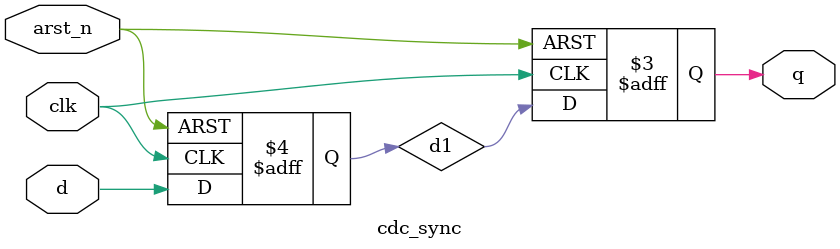
<source format=v>
module cdc_sync #(parameter WIDTH = 1) (
    input clk,
    input arst_n,
    input [WIDTH-1:0] d,
    output reg [WIDTH-1:0] q
);
    reg [WIDTH-1:0] d1;
    always @(posedge clk or negedge arst_n) begin
        if(~arst_n) begin
            d1 <= 0;
            q <= 0;
        end else begin
            d1 <= d;
            q <= d1;
        end
    end

endmodule
</source>
